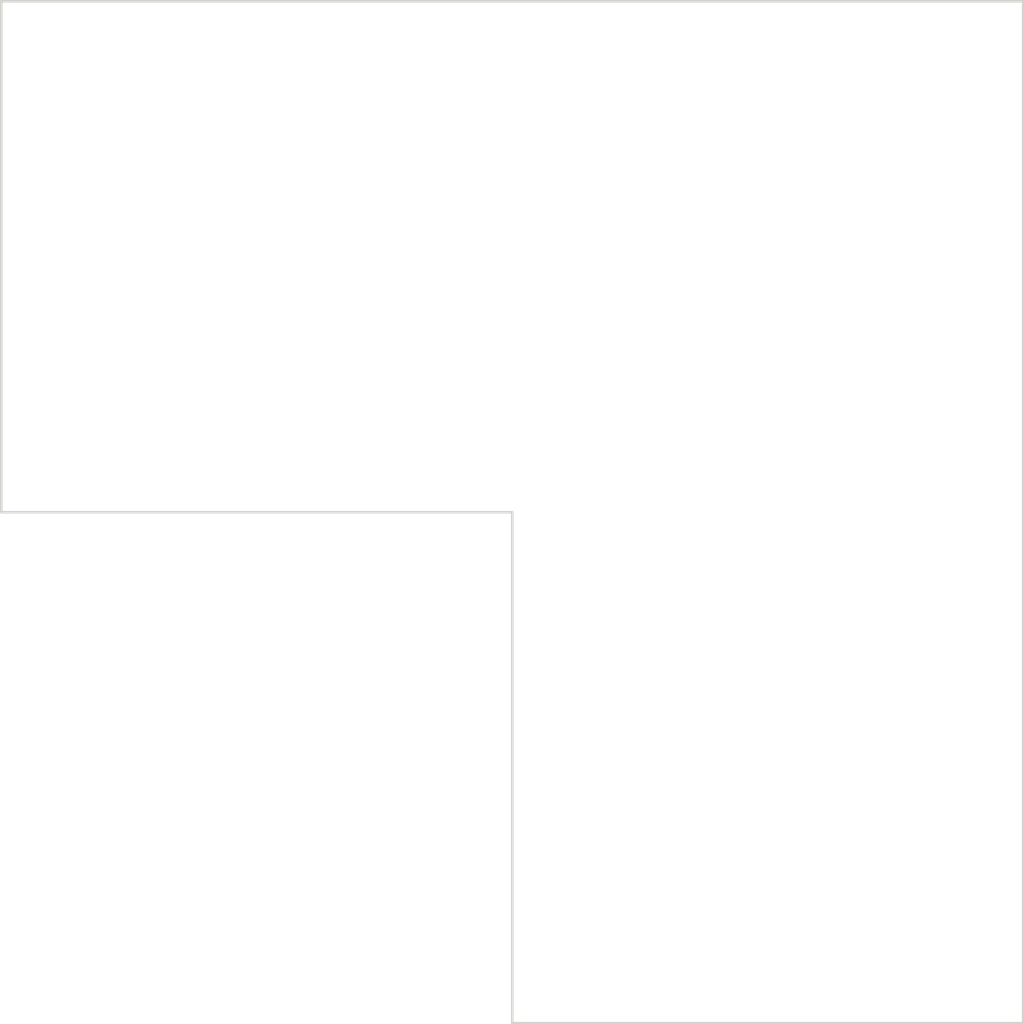
<source format=kicad_pcb>
(kicad_pcb (version 20221018) (generator pcbnew)

  (general
    (thickness 1.6)
  )

  (paper "A4")
  (layers
    (0 "F.Cu" signal)
    (31 "B.Cu" signal)
    (32 "B.Adhes" user "B.Adhesive")
    (33 "F.Adhes" user "F.Adhesive")
    (34 "B.Paste" user)
    (35 "F.Paste" user)
    (36 "B.SilkS" user "B.Silkscreen")
    (37 "F.SilkS" user "F.Silkscreen")
    (38 "B.Mask" user)
    (39 "F.Mask" user)
    (40 "Dwgs.User" user "User.Drawings")
    (41 "Cmts.User" user "User.Comments")
    (42 "Eco1.User" user "User.Eco1")
    (43 "Eco2.User" user "User.Eco2")
    (44 "Edge.Cuts" user)
    (45 "Margin" user)
    (46 "B.CrtYd" user "B.Courtyard")
    (47 "F.CrtYd" user "F.Courtyard")
    (48 "B.Fab" user)
    (49 "F.Fab" user)
    (50 "User.1" user)
    (51 "User.2" user)
    (52 "User.3" user)
    (53 "User.4" user)
    (54 "User.5" user)
    (55 "User.6" user)
    (56 "User.7" user)
    (57 "User.8" user)
    (58 "User.9" user)
  )

  (setup
    (pad_to_mask_clearance 0)
    (pcbplotparams
      (layerselection 0x00010fc_ffffffff)
      (plot_on_all_layers_selection 0x0000000_00000000)
      (disableapertmacros false)
      (usegerberextensions false)
      (usegerberattributes true)
      (usegerberadvancedattributes true)
      (creategerberjobfile true)
      (dashed_line_dash_ratio 12.000000)
      (dashed_line_gap_ratio 3.000000)
      (svgprecision 4)
      (plotframeref false)
      (viasonmask false)
      (mode 1)
      (useauxorigin false)
      (hpglpennumber 1)
      (hpglpenspeed 20)
      (hpglpendiameter 15.000000)
      (dxfpolygonmode true)
      (dxfimperialunits true)
      (dxfusepcbnewfont true)
      (psnegative false)
      (psa4output false)
      (plotreference true)
      (plotvalue true)
      (plotinvisibletext false)
      (sketchpadsonfab false)
      (subtractmaskfromsilk false)
      (outputformat 1)
      (mirror false)
      (drillshape 1)
      (scaleselection 1)
      (outputdirectory "")
    )
  )

  (net 0 "")

  (gr_line (start 100 20) (end 120 20)
    (stroke (width 0.05) (type default)) (layer "Edge.Cuts") (tstamp 3dc95fc8-a60e-48f6-b82f-d1dd31b9a4e7))
  (gr_line (start 100 20) (end 100 30)
    (stroke (width 0.05) (type default)) (layer "Edge.Cuts") (tstamp 47d16d14-a0be-4cc7-b2be-9396f3819741))
  (gr_line (start 120 40) (end 110 40)
    (stroke (width 0.05) (type default)) (layer "Edge.Cuts") (tstamp 4f5cd137-a5a9-4503-9b69-f27b46fc5cbf))
  (gr_line (start 110 30) (end 110 40)
    (stroke (width 0.05) (type default)) (layer "Edge.Cuts") (tstamp 61097a98-e436-47be-9f04-5cbfc1049fde))
  (gr_line (start 100 30) (end 110 30)
    (stroke (width 0.05) (type default)) (layer "Edge.Cuts") (tstamp 708d6d11-687d-4f7f-8fd8-67d3f967e483))
  (gr_line (start 120 20) (end 120 40)
    (stroke (width 0.05) (type default)) (layer "Edge.Cuts") (tstamp f4fdb5ce-7168-46ed-8e6a-d2990e6476e2))

)

</source>
